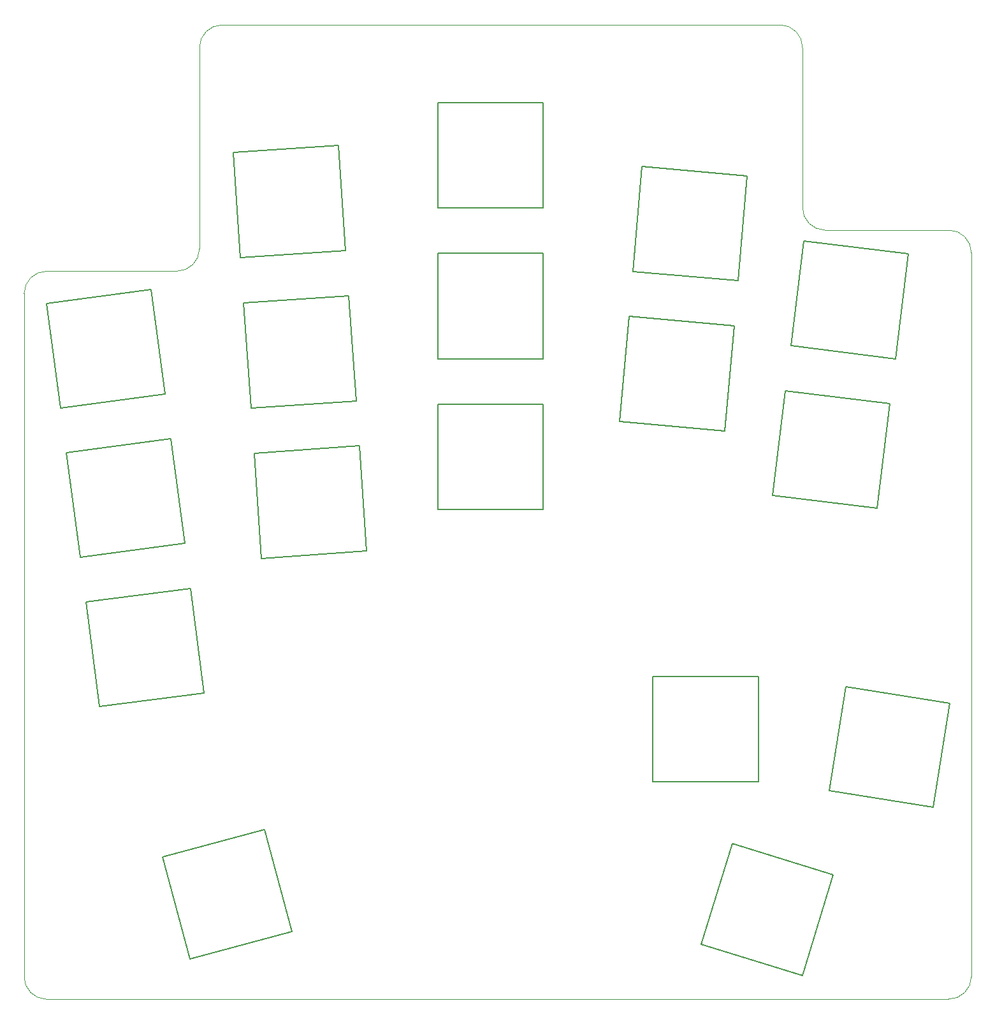
<source format=gbr>
%TF.GenerationSoftware,KiCad,Pcbnew,7.0.7*%
%TF.CreationDate,2024-05-22T00:09:16+09:00*%
%TF.ProjectId,hmproto34,686d7072-6f74-46f3-9334-2e6b69636164,rev?*%
%TF.SameCoordinates,Original*%
%TF.FileFunction,Profile,NP*%
%FSLAX46Y46*%
G04 Gerber Fmt 4.6, Leading zero omitted, Abs format (unit mm)*
G04 Created by KiCad (PCBNEW 7.0.7) date 2024-05-22 00:09:16*
%MOMM*%
%LPD*%
G01*
G04 APERTURE LIST*
%TA.AperFunction,Profile*%
%ADD10C,0.200000*%
%TD*%
%TA.AperFunction,Profile*%
%ADD11C,0.100000*%
%TD*%
G04 APERTURE END LIST*
D10*
X42135947Y-62883676D02*
X56101047Y-61906476D01*
D11*
X35278788Y-41731083D02*
X35278788Y-14980000D01*
D10*
X106813047Y-45966576D02*
X108032047Y-32019576D01*
X92341847Y-50726576D02*
X91122347Y-64673676D01*
X30689947Y-61031576D02*
X28862647Y-47151976D01*
X101954047Y-134118456D02*
X115342047Y-138212626D01*
X80933047Y-56326976D02*
X66933747Y-56326976D01*
X129432047Y-42423676D02*
X115536047Y-40717576D01*
D11*
X11990004Y-138370000D02*
G75*
G03*
X14960013Y-141377796I2988896J-18900D01*
G01*
D10*
X43931647Y-118841476D02*
X30408747Y-122464376D01*
D11*
X115379898Y-36234405D02*
G75*
G03*
X118350000Y-39242203I2988902J-18895D01*
G01*
D10*
X105068047Y-65894676D02*
X106289047Y-51947576D01*
X91122347Y-64673676D02*
X105068047Y-65894676D01*
X106289047Y-51947576D02*
X92341847Y-50726576D01*
X42554747Y-68871076D02*
X43531947Y-82837476D01*
D11*
X137802096Y-42250000D02*
G75*
G03*
X134832059Y-39242203I-2988896J18900D01*
G01*
D10*
X43531947Y-82837476D02*
X57496947Y-81860276D01*
X80933047Y-42327376D02*
X80933047Y-56326976D01*
X39764247Y-28962576D02*
X40740047Y-42929576D01*
D11*
X134800992Y-141362072D02*
X14960013Y-141377797D01*
X134800992Y-141362088D02*
G75*
G03*
X137808789Y-138392059I18908J2988888D01*
G01*
D10*
X80933047Y-76330576D02*
X66933747Y-76330576D01*
X113098047Y-60571276D02*
X111392047Y-74467176D01*
X54706547Y-41952376D02*
X53729347Y-27986576D01*
X127726047Y-56319876D02*
X129432047Y-42423676D01*
D11*
X38286585Y-12009989D02*
G75*
G03*
X35278789Y-14980000I-18885J-2988911D01*
G01*
D10*
X66933747Y-56326976D02*
X66933747Y-42327376D01*
D11*
X14991080Y-44701104D02*
G75*
G03*
X11983284Y-47671109I-18900J-2988896D01*
G01*
D10*
X94085347Y-30799576D02*
X92865747Y-44747076D01*
X35911247Y-100695476D02*
X34084147Y-86814376D01*
X47554247Y-132365616D02*
X43931647Y-118841476D01*
X30408747Y-122464376D02*
X34031647Y-135988466D01*
X95508747Y-98525176D02*
X109508047Y-98525176D01*
X22031647Y-102521476D02*
X35911247Y-100695476D01*
X41158747Y-48917176D02*
X42135947Y-62883676D01*
X56519747Y-67894176D02*
X42554747Y-68871076D01*
D11*
X38286585Y-12009987D02*
X112409974Y-11992203D01*
D10*
X33299947Y-80862676D02*
X31474047Y-66983376D01*
X66933747Y-42327376D02*
X80933047Y-42327376D01*
X92865747Y-44747076D02*
X106813047Y-45966576D01*
X55125247Y-47940076D02*
X41158747Y-48917176D01*
X31474047Y-66983376D02*
X17593047Y-68810376D01*
D11*
X14991080Y-44701096D02*
X32270991Y-44701096D01*
D10*
X134937047Y-102068176D02*
X121110047Y-99878476D01*
D11*
X115379987Y-15000000D02*
X115379987Y-36234406D01*
D10*
X56101047Y-61906476D02*
X55125247Y-47940076D01*
X125288047Y-76173176D02*
X126994047Y-62278676D01*
X109508047Y-98525176D02*
X109508047Y-112524576D01*
X40740047Y-42929576D02*
X54706547Y-41952376D01*
X14983047Y-48978976D02*
X16808947Y-62858676D01*
X66933747Y-22325576D02*
X80933047Y-22325576D01*
X115536047Y-40717576D02*
X113830047Y-54613876D01*
D11*
X118350000Y-39242203D02*
X134832059Y-39242203D01*
D10*
X66933747Y-36324576D02*
X66933747Y-22325576D01*
X20204447Y-88641776D02*
X22031647Y-102521476D01*
X16808947Y-62858676D02*
X30689947Y-61031576D01*
X111392047Y-74467176D02*
X125288047Y-76173176D01*
X53729347Y-27986576D02*
X39764247Y-28962576D01*
X66933747Y-76330576D02*
X66933747Y-62329476D01*
X119434047Y-124823576D02*
X106047047Y-120730776D01*
X19420347Y-82691476D02*
X33299947Y-80862676D01*
X95508747Y-112524576D02*
X95508747Y-98525176D01*
D11*
X32270991Y-44701087D02*
G75*
G03*
X35278787Y-41731083I18909J2988887D01*
G01*
D10*
X66933747Y-62329476D02*
X80933047Y-62329476D01*
X126994047Y-62278676D02*
X113098047Y-60571276D01*
X108032047Y-32019576D02*
X94085347Y-30799576D01*
X109508047Y-112524576D02*
X95508747Y-112524576D01*
X121110047Y-99878476D02*
X118920047Y-113705576D01*
X57496947Y-81860276D02*
X56519747Y-67894176D01*
X80933047Y-22325576D02*
X80933047Y-36324576D01*
X118920047Y-113705576D02*
X132747047Y-115895276D01*
X132747047Y-115895276D02*
X134937047Y-102068176D01*
X17593047Y-68810376D02*
X19420347Y-82691476D01*
X106047047Y-120730776D02*
X101954047Y-134118456D01*
D11*
X115379996Y-15000000D02*
G75*
G03*
X112409974Y-11992204I-2988896J18900D01*
G01*
D10*
X80933047Y-36324576D02*
X66933747Y-36324576D01*
X113830047Y-54613876D02*
X127726047Y-56319876D01*
D11*
X11990000Y-138370000D02*
X11983283Y-47671109D01*
D10*
X34084147Y-86814376D02*
X20204447Y-88641776D01*
X28862647Y-47151976D02*
X14983047Y-48978976D01*
X80933047Y-62329476D02*
X80933047Y-76330576D01*
X34031647Y-135988466D02*
X47554247Y-132365616D01*
D11*
X137802072Y-42250000D02*
X137808789Y-138392059D01*
D10*
X115342047Y-138212626D02*
X119434047Y-124823576D01*
M02*

</source>
